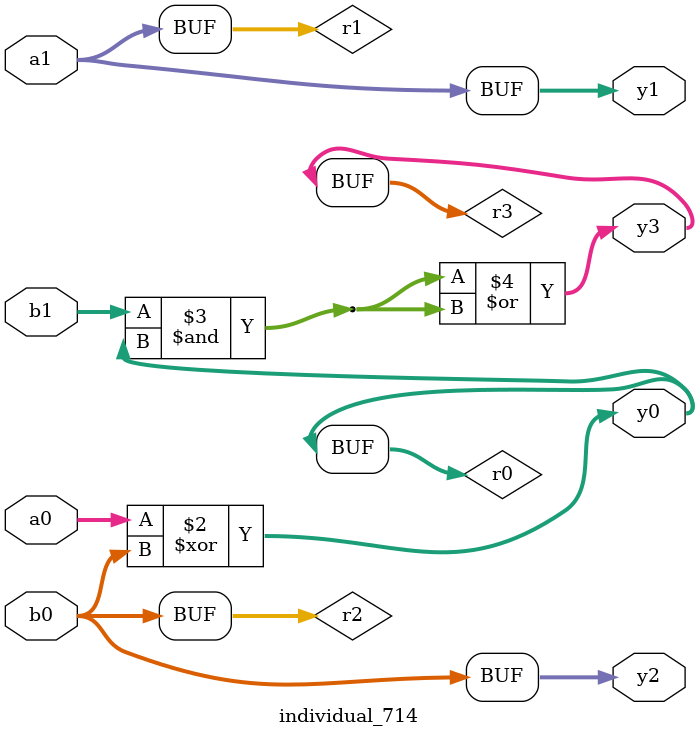
<source format=sv>
module individual_714(input logic [15:0] a1, input logic [15:0] a0, input logic [15:0] b1, input logic [15:0] b0, output logic [15:0] y3, output logic [15:0] y2, output logic [15:0] y1, output logic [15:0] y0);
logic [15:0] r0, r1, r2, r3; 
 always@(*) begin 
	 r0 = a0; r1 = a1; r2 = b0; r3 = b1; 
 	 r0  ^=  r2 ;
 	 r3  &=  r0 ;
 	 r3  |=  r3 ;
 	 y3 = r3; y2 = r2; y1 = r1; y0 = r0; 
end
endmodule
</source>
